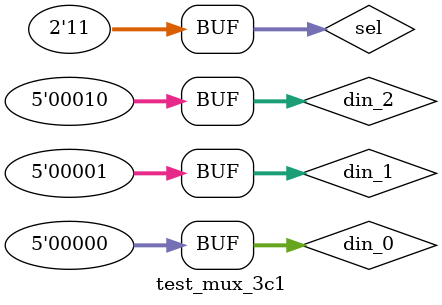
<source format=v>
module test_mux_2c1;
  reg sel;
  reg [31:0] din_0;
  reg [31:0] din_1;
  wire [31:0] dout;
  
  mux_2c1_32bit mux_1(sel, din_0, din_1, dout);
  
  initial
    begin
      sel = 0;
      din_0 = 32'h1234_5678;
      din_1 = 32'h8765_4321;
      
      # 30 
      sel = 1;
      
      # 30
      sel = 0;
    end
  
endmodule

module test_mux_3c1;
    
    reg [1:0] sel;
    reg [4:0] din_0;
    reg [4:0] din_1;
    reg [4:0] din_2;
    wire [4:0] dout;
    
    mux_3c1_5bit mux_2(sel, din_0, din_1, din_2, dout);
    
    initial
      begin
        din_0 = 5'b00000;
        din_1 = 5'b00001;
        din_2 = 5'b00010;
        sel = 2'b00;
        #30
        sel = 2'b01;
        #30
        sel = 2'b10;
        #30
        sel = 2'b11;
      end


endmodule

</source>
